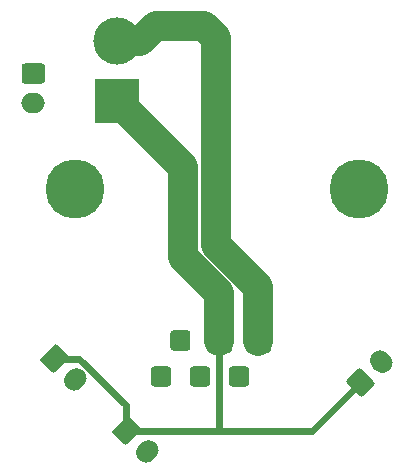
<source format=gbr>
G04 #@! TF.GenerationSoftware,KiCad,Pcbnew,(5.1.6)-1*
G04 #@! TF.CreationDate,2020-11-03T23:41:07+03:00*
G04 #@! TF.ProjectId,UlTi_head_connector,556c5469-5f68-4656-9164-5f636f6e6e65,rev?*
G04 #@! TF.SameCoordinates,Original*
G04 #@! TF.FileFunction,Copper,L1,Top*
G04 #@! TF.FilePolarity,Positive*
%FSLAX46Y46*%
G04 Gerber Fmt 4.6, Leading zero omitted, Abs format (unit mm)*
G04 Created by KiCad (PCBNEW (5.1.6)-1) date 2020-11-03 23:41:07*
%MOMM*%
%LPD*%
G01*
G04 APERTURE LIST*
G04 #@! TA.AperFunction,ComponentPad*
%ADD10O,2.000000X1.700000*%
G04 #@! TD*
G04 #@! TA.AperFunction,ComponentPad*
%ADD11C,4.000000*%
G04 #@! TD*
G04 #@! TA.AperFunction,ComponentPad*
%ADD12R,3.800000X3.800000*%
G04 #@! TD*
G04 #@! TA.AperFunction,ViaPad*
%ADD13C,5.000000*%
G04 #@! TD*
G04 #@! TA.AperFunction,Conductor*
%ADD14C,0.600000*%
G04 #@! TD*
G04 #@! TA.AperFunction,Conductor*
%ADD15C,2.500000*%
G04 #@! TD*
G04 APERTURE END LIST*
G04 #@! TA.AperFunction,ComponentPad*
G36*
G01*
X122648000Y-67094000D02*
X122648000Y-65494000D01*
G75*
G02*
X122898000Y-65244000I250000J0D01*
G01*
X124498000Y-65244000D01*
G75*
G02*
X124748000Y-65494000I0J-250000D01*
G01*
X124748000Y-67094000D01*
G75*
G02*
X124498000Y-67344000I-250000J0D01*
G01*
X122898000Y-67344000D01*
G75*
G02*
X122648000Y-67094000I0J250000D01*
G01*
G37*
G04 #@! TD.AperFunction*
G04 #@! TA.AperFunction,ComponentPad*
G36*
G01*
X119346000Y-67094000D02*
X119346000Y-65494000D01*
G75*
G02*
X119596000Y-65244000I250000J0D01*
G01*
X121196000Y-65244000D01*
G75*
G02*
X121446000Y-65494000I0J-250000D01*
G01*
X121446000Y-67094000D01*
G75*
G02*
X121196000Y-67344000I-250000J0D01*
G01*
X119596000Y-67344000D01*
G75*
G02*
X119346000Y-67094000I0J250000D01*
G01*
G37*
G04 #@! TD.AperFunction*
G04 #@! TA.AperFunction,ComponentPad*
G36*
G01*
X113582660Y-75186792D02*
X113794792Y-74974660D01*
G75*
G02*
X114996874Y-74974660I601041J-601041D01*
G01*
X114996874Y-74974660D01*
G75*
G02*
X114996874Y-76176742I-601041J-601041D01*
G01*
X114784742Y-76388874D01*
G75*
G02*
X113582660Y-76388874I-601041J601041D01*
G01*
X113582660Y-76388874D01*
G75*
G02*
X113582660Y-75186792I601041J601041D01*
G01*
G37*
G04 #@! TD.AperFunction*
G04 #@! TA.AperFunction,ComponentPad*
G36*
G01*
X111390629Y-73843289D02*
X112451289Y-72782629D01*
G75*
G02*
X112804843Y-72782629I176777J-176777D01*
G01*
X113653371Y-73631157D01*
G75*
G02*
X113653371Y-73984711I-176777J-176777D01*
G01*
X112592711Y-75045371D01*
G75*
G02*
X112239157Y-75045371I-176777J176777D01*
G01*
X111390629Y-74196843D01*
G75*
G02*
X111390629Y-73843289I176777J176777D01*
G01*
G37*
G04 #@! TD.AperFunction*
D10*
X104648000Y-46188000D03*
G04 #@! TA.AperFunction,ComponentPad*
G36*
G01*
X103898000Y-42838000D02*
X105398000Y-42838000D01*
G75*
G02*
X105648000Y-43088000I0J-250000D01*
G01*
X105648000Y-44288000D01*
G75*
G02*
X105398000Y-44538000I-250000J0D01*
G01*
X103898000Y-44538000D01*
G75*
G02*
X103648000Y-44288000I0J250000D01*
G01*
X103648000Y-43088000D01*
G75*
G02*
X103898000Y-42838000I250000J0D01*
G01*
G37*
G04 #@! TD.AperFunction*
G04 #@! TA.AperFunction,ComponentPad*
G36*
G01*
X133606792Y-68789340D02*
X133394660Y-68577208D01*
G75*
G02*
X133394660Y-67375126I601041J601041D01*
G01*
X133394660Y-67375126D01*
G75*
G02*
X134596742Y-67375126I601041J-601041D01*
G01*
X134808874Y-67587258D01*
G75*
G02*
X134808874Y-68789340I-601041J-601041D01*
G01*
X134808874Y-68789340D01*
G75*
G02*
X133606792Y-68789340I-601041J601041D01*
G01*
G37*
G04 #@! TD.AperFunction*
G04 #@! TA.AperFunction,ComponentPad*
G36*
G01*
X132263289Y-70981371D02*
X131202629Y-69920711D01*
G75*
G02*
X131202629Y-69567157I176777J176777D01*
G01*
X132051157Y-68718629D01*
G75*
G02*
X132404711Y-68718629I176777J-176777D01*
G01*
X133465371Y-69779289D01*
G75*
G02*
X133465371Y-70132843I-176777J-176777D01*
G01*
X132616843Y-70981371D01*
G75*
G02*
X132263289Y-70981371I-176777J176777D01*
G01*
G37*
G04 #@! TD.AperFunction*
G04 #@! TA.AperFunction,ComponentPad*
G36*
G01*
X107486660Y-69090792D02*
X107698792Y-68878660D01*
G75*
G02*
X108900874Y-68878660I601041J-601041D01*
G01*
X108900874Y-68878660D01*
G75*
G02*
X108900874Y-70080742I-601041J-601041D01*
G01*
X108688742Y-70292874D01*
G75*
G02*
X107486660Y-70292874I-601041J601041D01*
G01*
X107486660Y-70292874D01*
G75*
G02*
X107486660Y-69090792I601041J601041D01*
G01*
G37*
G04 #@! TD.AperFunction*
G04 #@! TA.AperFunction,ComponentPad*
G36*
G01*
X105294629Y-67747289D02*
X106355289Y-66686629D01*
G75*
G02*
X106708843Y-66686629I176777J-176777D01*
G01*
X107557371Y-67535157D01*
G75*
G02*
X107557371Y-67888711I-176777J-176777D01*
G01*
X106496711Y-68949371D01*
G75*
G02*
X106143157Y-68949371I-176777J176777D01*
G01*
X105294629Y-68100843D01*
G75*
G02*
X105294629Y-67747289I176777J176777D01*
G01*
G37*
G04 #@! TD.AperFunction*
D11*
X111760000Y-40974000D03*
D12*
X111760000Y-45974000D03*
G04 #@! TA.AperFunction,ComponentPad*
G36*
G01*
X114593000Y-69942000D02*
X114593000Y-68742000D01*
G75*
G02*
X114843000Y-68492000I250000J0D01*
G01*
X116043000Y-68492000D01*
G75*
G02*
X116293000Y-68742000I0J-250000D01*
G01*
X116293000Y-69942000D01*
G75*
G02*
X116043000Y-70192000I-250000J0D01*
G01*
X114843000Y-70192000D01*
G75*
G02*
X114593000Y-69942000I0J250000D01*
G01*
G37*
G04 #@! TD.AperFunction*
G04 #@! TA.AperFunction,ComponentPad*
G36*
G01*
X116244000Y-66894000D02*
X116244000Y-65694000D01*
G75*
G02*
X116494000Y-65444000I250000J0D01*
G01*
X117694000Y-65444000D01*
G75*
G02*
X117944000Y-65694000I0J-250000D01*
G01*
X117944000Y-66894000D01*
G75*
G02*
X117694000Y-67144000I-250000J0D01*
G01*
X116494000Y-67144000D01*
G75*
G02*
X116244000Y-66894000I0J250000D01*
G01*
G37*
G04 #@! TD.AperFunction*
G04 #@! TA.AperFunction,ComponentPad*
G36*
G01*
X121197000Y-69942000D02*
X121197000Y-68742000D01*
G75*
G02*
X121447000Y-68492000I250000J0D01*
G01*
X122647000Y-68492000D01*
G75*
G02*
X122897000Y-68742000I0J-250000D01*
G01*
X122897000Y-69942000D01*
G75*
G02*
X122647000Y-70192000I-250000J0D01*
G01*
X121447000Y-70192000D01*
G75*
G02*
X121197000Y-69942000I0J250000D01*
G01*
G37*
G04 #@! TD.AperFunction*
G04 #@! TA.AperFunction,ComponentPad*
G36*
G01*
X117895000Y-69942000D02*
X117895000Y-68742000D01*
G75*
G02*
X118145000Y-68492000I250000J0D01*
G01*
X119345000Y-68492000D01*
G75*
G02*
X119595000Y-68742000I0J-250000D01*
G01*
X119595000Y-69942000D01*
G75*
G02*
X119345000Y-70192000I-250000J0D01*
G01*
X118145000Y-70192000D01*
G75*
G02*
X117895000Y-69942000I0J250000D01*
G01*
G37*
G04 #@! TD.AperFunction*
D13*
X108204000Y-53492400D03*
X132207000Y-53505100D03*
D14*
X120396000Y-66294000D02*
X120396000Y-73914000D01*
X120396000Y-73914000D02*
X112522000Y-73914000D01*
X108547336Y-67818000D02*
X106426000Y-67818000D01*
X112522000Y-71792664D02*
X108547336Y-67818000D01*
X112522000Y-73914000D02*
X112522000Y-71792664D01*
X128270000Y-73914000D02*
X132334000Y-69850000D01*
X120396000Y-73914000D02*
X128270000Y-73914000D01*
D15*
X117348000Y-59190390D02*
X117348000Y-51562000D01*
X120396000Y-66294000D02*
X120396000Y-62238390D01*
X120396000Y-62238390D02*
X117348000Y-59190390D01*
X117348000Y-51562000D02*
X111760000Y-45974000D01*
X120142000Y-58166000D02*
X123698000Y-61722000D01*
X113712000Y-40974000D02*
X115062000Y-39624000D01*
X123698000Y-61722000D02*
X123698000Y-66294000D01*
X111760000Y-40974000D02*
X113712000Y-40974000D01*
X115062000Y-39624000D02*
X119126000Y-39624000D01*
X119126000Y-39624000D02*
X120142000Y-40640000D01*
X120142000Y-40640000D02*
X120142000Y-58166000D01*
M02*

</source>
